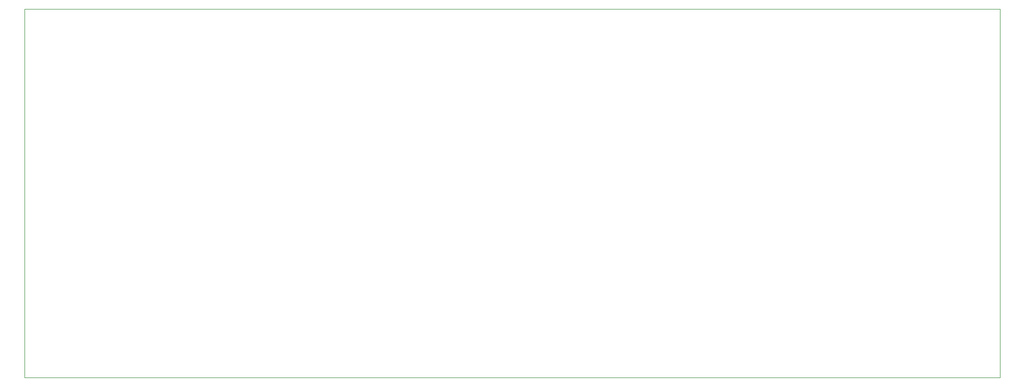
<source format=gbr>
%TF.GenerationSoftware,Altium Limited,Altium Designer,24.6.1 (21)*%
G04 Layer_Color=0*
%FSLAX45Y45*%
%MOMM*%
%TF.SameCoordinates,9A433DDD-85E4-4EE4-B99C-1E68303A8431*%
%TF.FilePolarity,Positive*%
%TF.FileFunction,Profile,NP*%
%TF.Part,Single*%
G01*
G75*
%TA.AperFunction,Profile*%
%ADD40C,0.02540*%
D40*
X0Y0D02*
X-1Y6250000D01*
X16500000D01*
X16500000Y0D01*
X0D01*
%TF.MD5,f7048c274dbcf6ac7b11c2405f7c31a0*%
M02*

</source>
